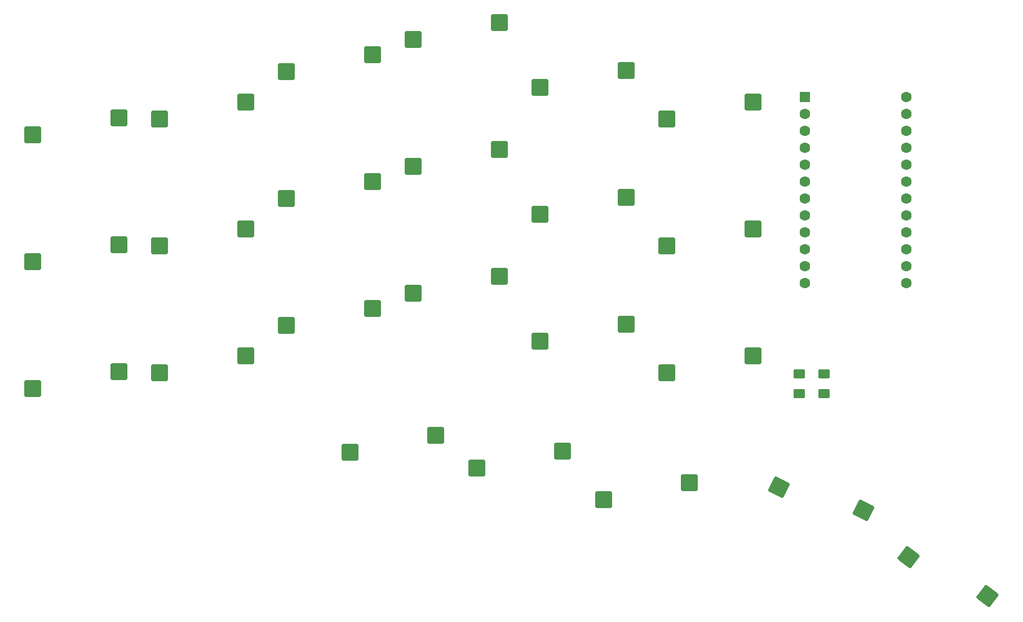
<source format=gbr>
%TF.GenerationSoftware,KiCad,Pcbnew,9.0.2*%
%TF.CreationDate,2025-06-30T19:49:53-10:00*%
%TF.ProjectId,jug,6a75672e-6b69-4636-9164-5f7063625858,rev?*%
%TF.SameCoordinates,Original*%
%TF.FileFunction,Paste,Bot*%
%TF.FilePolarity,Positive*%
%FSLAX46Y46*%
G04 Gerber Fmt 4.6, Leading zero omitted, Abs format (unit mm)*
G04 Created by KiCad (PCBNEW 9.0.2) date 2025-06-30 19:49:53*
%MOMM*%
%LPD*%
G01*
G04 APERTURE LIST*
G04 Aperture macros list*
%AMRoundRect*
0 Rectangle with rounded corners*
0 $1 Rounding radius*
0 $2 $3 $4 $5 $6 $7 $8 $9 X,Y pos of 4 corners*
0 Add a 4 corners polygon primitive as box body*
4,1,4,$2,$3,$4,$5,$6,$7,$8,$9,$2,$3,0*
0 Add four circle primitives for the rounded corners*
1,1,$1+$1,$2,$3*
1,1,$1+$1,$4,$5*
1,1,$1+$1,$6,$7*
1,1,$1+$1,$8,$9*
0 Add four rect primitives between the rounded corners*
20,1,$1+$1,$2,$3,$4,$5,0*
20,1,$1+$1,$4,$5,$6,$7,0*
20,1,$1+$1,$6,$7,$8,$9,0*
20,1,$1+$1,$8,$9,$2,$3,0*%
G04 Aperture macros list end*
%ADD10RoundRect,0.250001X0.624999X-0.462499X0.624999X0.462499X-0.624999X0.462499X-0.624999X-0.462499X0*%
%ADD11RoundRect,0.250000X-1.025000X-1.000000X1.025000X-1.000000X1.025000X1.000000X-1.025000X1.000000X0*%
%ADD12RoundRect,0.250000X-1.363506X-0.437582X0.471110X-1.352287X1.363506X0.437582X-0.471110X1.352287X0*%
%ADD13RoundRect,0.250000X-1.421196X-0.175576X0.210608X-1.416428X1.421196X0.175576X-0.210608X1.416428X0*%
%ADD14C,1.600000*%
%ADD15R,1.600000X1.600000*%
G04 APERTURE END LIST*
D10*
%TO.C,D24*%
X174676400Y-73807900D03*
X174676400Y-76782900D03*
%TD*%
D11*
%TO.C,S21*%
X145318200Y-92712000D03*
X158245200Y-90172000D03*
%TD*%
%TO.C,S1*%
X59591400Y-37942100D03*
X72518400Y-35402100D03*
%TD*%
%TO.C,S2*%
X78641800Y-35560800D03*
X91568800Y-33020800D03*
%TD*%
%TO.C,S3*%
X97692200Y-28416900D03*
X110619200Y-25876900D03*
%TD*%
%TO.C,S4*%
X116742600Y-23654300D03*
X129669600Y-21114300D03*
%TD*%
%TO.C,S5*%
X135793000Y-30798200D03*
X148720000Y-28258200D03*
%TD*%
%TO.C,S6*%
X154843400Y-35560800D03*
X167770400Y-33020800D03*
%TD*%
%TO.C,S7*%
X59591400Y-56992500D03*
X72518400Y-54452500D03*
%TD*%
%TO.C,S8*%
X78641800Y-54611200D03*
X91568800Y-52071200D03*
%TD*%
%TO.C,S9*%
X97692200Y-47467300D03*
X110619200Y-44927300D03*
%TD*%
%TO.C,S10*%
X116742600Y-42704700D03*
X129669600Y-40164700D03*
%TD*%
%TO.C,S11*%
X135793000Y-49848600D03*
X148720000Y-47308600D03*
%TD*%
%TO.C,S12*%
X154843400Y-54611200D03*
X167770400Y-52071200D03*
%TD*%
%TO.C,S13*%
X59591400Y-76042900D03*
X72518400Y-73502900D03*
%TD*%
%TO.C,S14*%
X78641800Y-73661600D03*
X91568800Y-71121600D03*
%TD*%
%TO.C,S15*%
X97692200Y-66517700D03*
X110619200Y-63977700D03*
%TD*%
%TO.C,S16*%
X116742600Y-61755100D03*
X129669600Y-59215100D03*
%TD*%
%TO.C,S17*%
X135793000Y-68899000D03*
X148720000Y-66359000D03*
%TD*%
%TO.C,S18*%
X154843400Y-73661600D03*
X167770400Y-71121600D03*
%TD*%
%TO.C,S19*%
X107217400Y-85568100D03*
X120144400Y-83028100D03*
%TD*%
%TO.C,S20*%
X126267800Y-87949400D03*
X139194800Y-85409400D03*
%TD*%
D12*
%TO.C,S22*%
X171642732Y-90815555D03*
X184344891Y-94310421D03*
%TD*%
D13*
%TO.C,S23*%
X191147773Y-101389647D03*
X202975137Y-107192437D03*
%TD*%
D10*
%TO.C,D25*%
X178476400Y-76770400D03*
X178476400Y-73795400D03*
%TD*%
D14*
%TO.C,U2*%
X190840000Y-32260000D03*
X175600000Y-32260000D03*
D15*
X175600000Y-32260000D03*
D14*
X190840000Y-34800000D03*
X175600000Y-34800000D03*
X190840000Y-37340000D03*
X175600000Y-37340000D03*
X190840000Y-39880000D03*
X175600000Y-39880000D03*
X190840000Y-42420000D03*
X175600000Y-42420000D03*
X190840000Y-44960000D03*
X175600000Y-44960000D03*
X190840000Y-47500000D03*
X175600000Y-47500000D03*
X190840000Y-50040000D03*
X175600000Y-50040000D03*
X190840000Y-52580000D03*
X175600000Y-52580000D03*
X190840000Y-55120000D03*
X175600000Y-55120000D03*
X190840000Y-57660000D03*
X175600000Y-57660000D03*
X190840000Y-60200000D03*
X175600000Y-60200000D03*
%TD*%
M02*

</source>
